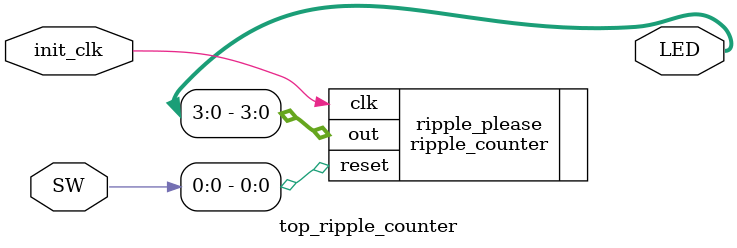
<source format=v>
module top_ripple_counter(SW, LED, init_clk);
	input init_clk;
	input[9:0] SW;
	output[9:0] LED;

//	reg[26:0] tBase; //  system timebase
//	wire slow_clk, inv_q;
//	
//	always @(posedge init_clk) tBase <= tBase + 1'b1; 	         //  build the timebase
//	
//	DFlipFlop time_flip (.q(slow_clk), .qBar(inv_q), .D(inv_q), .clk(tBase[24]), .rst(SW[0]));  //  uses system clock / 2^19 ~= 10 cycles per second
//	
//	ripple_counter ripple_please (.out(LED[3:0]), .reset(SW[0]), .clk(slow_clk));
	
	ripple_counter ripple_please (.out(LED[3:0]), .reset(SW[0]), .clk(init_clk));
endmodule 
</source>
